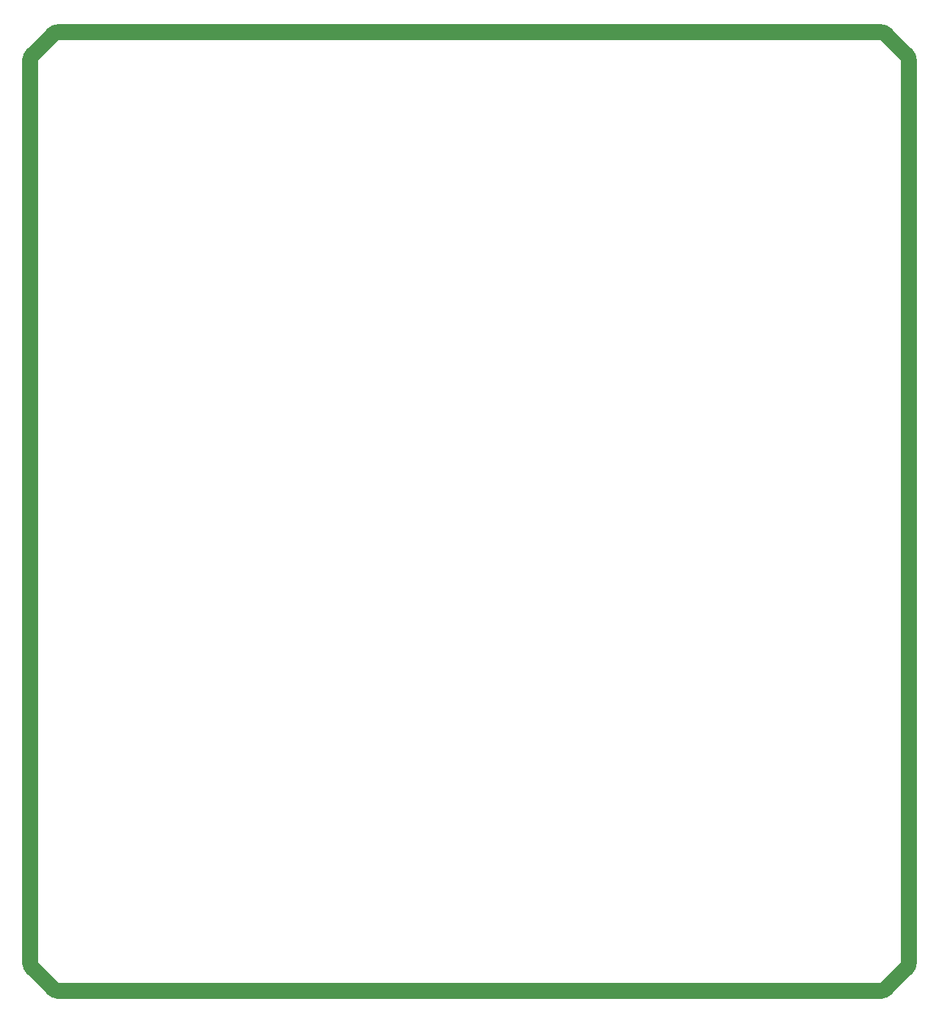
<source format=gm1>
%FSAX25Y25*%
%MOIN*%
G70*
G01*
G75*
G04 Layer_Color=16711935*
%ADD10R,0.06693X0.03937*%
%ADD11R,0.03543X0.02756*%
G04:AMPARAMS|DCode=12|XSize=23.62mil|YSize=35.43mil|CornerRadius=5.91mil|HoleSize=0mil|Usage=FLASHONLY|Rotation=270.000|XOffset=0mil|YOffset=0mil|HoleType=Round|Shape=RoundedRectangle|*
%AMROUNDEDRECTD12*
21,1,0.02362,0.02362,0,0,270.0*
21,1,0.01181,0.03543,0,0,270.0*
1,1,0.01181,-0.01181,-0.00591*
1,1,0.01181,-0.01181,0.00591*
1,1,0.01181,0.01181,0.00591*
1,1,0.01181,0.01181,-0.00591*
%
%ADD12ROUNDEDRECTD12*%
%ADD13R,0.02756X0.05118*%
%ADD14R,0.02756X0.03543*%
G04:AMPARAMS|DCode=15|XSize=23.62mil|YSize=43.31mil|CornerRadius=5.91mil|HoleSize=0mil|Usage=FLASHONLY|Rotation=90.000|XOffset=0mil|YOffset=0mil|HoleType=Round|Shape=RoundedRectangle|*
%AMROUNDEDRECTD15*
21,1,0.02362,0.03150,0,0,90.0*
21,1,0.01181,0.04331,0,0,90.0*
1,1,0.01181,0.01575,0.00591*
1,1,0.01181,0.01575,-0.00591*
1,1,0.01181,-0.01575,-0.00591*
1,1,0.01181,-0.01575,0.00591*
%
%ADD15ROUNDEDRECTD15*%
%ADD16R,0.03150X0.03543*%
%ADD17R,0.04134X0.01772*%
%ADD18O,0.04134X0.01772*%
%ADD19R,0.05118X0.02756*%
G04:AMPARAMS|DCode=20|XSize=23.62mil|YSize=35.43mil|CornerRadius=5.91mil|HoleSize=0mil|Usage=FLASHONLY|Rotation=180.000|XOffset=0mil|YOffset=0mil|HoleType=Round|Shape=RoundedRectangle|*
%AMROUNDEDRECTD20*
21,1,0.02362,0.02362,0,0,180.0*
21,1,0.01181,0.03543,0,0,180.0*
1,1,0.01181,-0.00591,0.01181*
1,1,0.01181,0.00591,0.01181*
1,1,0.01181,0.00591,-0.01181*
1,1,0.01181,-0.00591,-0.01181*
%
%ADD20ROUNDEDRECTD20*%
G04:AMPARAMS|DCode=21|XSize=78.74mil|YSize=137.8mil|CornerRadius=19.69mil|HoleSize=0mil|Usage=FLASHONLY|Rotation=0.000|XOffset=0mil|YOffset=0mil|HoleType=Round|Shape=RoundedRectangle|*
%AMROUNDEDRECTD21*
21,1,0.07874,0.09843,0,0,0.0*
21,1,0.03937,0.13780,0,0,0.0*
1,1,0.03937,0.01969,-0.04921*
1,1,0.03937,-0.01969,-0.04921*
1,1,0.03937,-0.01969,0.04921*
1,1,0.03937,0.01969,0.04921*
%
%ADD21ROUNDEDRECTD21*%
%ADD22R,0.03543X0.03150*%
%ADD23C,0.01969*%
%ADD24C,0.01000*%
%ADD25C,0.05906*%
%ADD26C,0.01181*%
%ADD27C,0.01575*%
%ADD28C,0.02953*%
%ADD29C,0.19685*%
%ADD30C,0.39370*%
G04:AMPARAMS|DCode=31|XSize=59.06mil|YSize=59.06mil|CornerRadius=14.76mil|HoleSize=0mil|Usage=FLASHONLY|Rotation=270.000|XOffset=0mil|YOffset=0mil|HoleType=Round|Shape=RoundedRectangle|*
%AMROUNDEDRECTD31*
21,1,0.05906,0.02953,0,0,270.0*
21,1,0.02953,0.05906,0,0,270.0*
1,1,0.02953,-0.01476,-0.01476*
1,1,0.02953,-0.01476,0.01476*
1,1,0.02953,0.01476,0.01476*
1,1,0.02953,0.01476,-0.01476*
%
%ADD31ROUNDEDRECTD31*%
G04:AMPARAMS|DCode=32|XSize=59.06mil|YSize=59.06mil|CornerRadius=0mil|HoleSize=0mil|Usage=FLASHONLY|Rotation=270.000|XOffset=0mil|YOffset=0mil|HoleType=Round|Shape=Octagon|*
%AMOCTAGOND32*
4,1,8,-0.01476,-0.02953,0.01476,-0.02953,0.02953,-0.01476,0.02953,0.01476,0.01476,0.02953,-0.01476,0.02953,-0.02953,0.01476,-0.02953,-0.01476,-0.01476,-0.02953,0.0*
%
%ADD32OCTAGOND32*%

%ADD33C,0.05906*%
%ADD34C,0.03583*%
%ADD35C,0.00984*%
%ADD36C,0.00500*%
%ADD37C,0.00394*%
%ADD38C,0.00600*%
%ADD39C,0.00787*%
G04:AMPARAMS|DCode=40|XSize=127.95mil|YSize=107.87mil|CornerRadius=26.97mil|HoleSize=0mil|Usage=FLASHONLY|Rotation=90.000|XOffset=0mil|YOffset=0mil|HoleType=Round|Shape=RoundedRectangle|*
%AMROUNDEDRECTD40*
21,1,0.12795,0.05394,0,0,90.0*
21,1,0.07402,0.10787,0,0,90.0*
1,1,0.05394,0.02697,0.03701*
1,1,0.05394,0.02697,-0.03701*
1,1,0.05394,-0.02697,-0.03701*
1,1,0.05394,-0.02697,0.03701*
%
%ADD40ROUNDEDRECTD40*%
%ADD41R,0.07493X0.04737*%
%ADD42R,0.04343X0.03556*%
G04:AMPARAMS|DCode=43|XSize=31.62mil|YSize=43.43mil|CornerRadius=9.91mil|HoleSize=0mil|Usage=FLASHONLY|Rotation=270.000|XOffset=0mil|YOffset=0mil|HoleType=Round|Shape=RoundedRectangle|*
%AMROUNDEDRECTD43*
21,1,0.03162,0.02362,0,0,270.0*
21,1,0.01181,0.04343,0,0,270.0*
1,1,0.01981,-0.01181,-0.00591*
1,1,0.01981,-0.01181,0.00591*
1,1,0.01981,0.01181,0.00591*
1,1,0.01981,0.01181,-0.00591*
%
%ADD43ROUNDEDRECTD43*%
%ADD44R,0.03556X0.05918*%
%ADD45R,0.03556X0.04343*%
G04:AMPARAMS|DCode=46|XSize=31.62mil|YSize=51.31mil|CornerRadius=9.91mil|HoleSize=0mil|Usage=FLASHONLY|Rotation=90.000|XOffset=0mil|YOffset=0mil|HoleType=Round|Shape=RoundedRectangle|*
%AMROUNDEDRECTD46*
21,1,0.03162,0.03150,0,0,90.0*
21,1,0.01181,0.05131,0,0,90.0*
1,1,0.01981,0.01575,0.00591*
1,1,0.01981,0.01575,-0.00591*
1,1,0.01981,-0.01575,-0.00591*
1,1,0.01981,-0.01575,0.00591*
%
%ADD46ROUNDEDRECTD46*%
%ADD47R,0.03950X0.04343*%
%ADD48R,0.04934X0.02572*%
%ADD49O,0.04934X0.02572*%
%ADD50R,0.05918X0.03556*%
G04:AMPARAMS|DCode=51|XSize=31.62mil|YSize=43.43mil|CornerRadius=9.91mil|HoleSize=0mil|Usage=FLASHONLY|Rotation=180.000|XOffset=0mil|YOffset=0mil|HoleType=Round|Shape=RoundedRectangle|*
%AMROUNDEDRECTD51*
21,1,0.03162,0.02362,0,0,180.0*
21,1,0.01181,0.04343,0,0,180.0*
1,1,0.01981,-0.00591,0.01181*
1,1,0.01981,0.00591,0.01181*
1,1,0.01981,0.00591,-0.01181*
1,1,0.01981,-0.00591,-0.01181*
%
%ADD51ROUNDEDRECTD51*%
G04:AMPARAMS|DCode=52|XSize=86.74mil|YSize=145.79mil|CornerRadius=23.69mil|HoleSize=0mil|Usage=FLASHONLY|Rotation=0.000|XOffset=0mil|YOffset=0mil|HoleType=Round|Shape=RoundedRectangle|*
%AMROUNDEDRECTD52*
21,1,0.08674,0.09843,0,0,0.0*
21,1,0.03937,0.14579,0,0,0.0*
1,1,0.04737,0.01969,-0.04921*
1,1,0.04737,-0.01969,-0.04921*
1,1,0.04737,-0.01969,0.04921*
1,1,0.04737,0.01969,0.04921*
%
%ADD52ROUNDEDRECTD52*%
%ADD53R,0.04343X0.03950*%
%ADD54C,0.20485*%
%ADD55C,0.40170*%
G04:AMPARAMS|DCode=56|XSize=67.06mil|YSize=67.06mil|CornerRadius=18.76mil|HoleSize=0mil|Usage=FLASHONLY|Rotation=270.000|XOffset=0mil|YOffset=0mil|HoleType=Round|Shape=RoundedRectangle|*
%AMROUNDEDRECTD56*
21,1,0.06706,0.02953,0,0,270.0*
21,1,0.02953,0.06706,0,0,270.0*
1,1,0.03753,-0.01476,-0.01476*
1,1,0.03753,-0.01476,0.01476*
1,1,0.03753,0.01476,0.01476*
1,1,0.03753,0.01476,-0.01476*
%
%ADD56ROUNDEDRECTD56*%
G04:AMPARAMS|DCode=57|XSize=67.06mil|YSize=67.06mil|CornerRadius=0mil|HoleSize=0mil|Usage=FLASHONLY|Rotation=270.000|XOffset=0mil|YOffset=0mil|HoleType=Round|Shape=Octagon|*
%AMOCTAGOND57*
4,1,8,-0.01676,-0.03353,0.01676,-0.03353,0.03353,-0.01676,0.03353,0.01676,0.01676,0.03353,-0.01676,0.03353,-0.03353,0.01676,-0.03353,-0.01676,-0.01676,-0.03353,0.0*
%
%ADD57OCTAGOND57*%

%ADD58C,0.06706*%
%ADD59C,0.04383*%
%ADD60C,0.07874*%
D60*
X0703937Y0562500D02*
G03*
X0702780Y0565287I-0003937J0000000D01*
G01*
X0703937Y0562500D02*
G03*
X0702784Y0565284I-0003937J0000000D01*
G01*
X0692787Y0575281D02*
G03*
X0690000Y0576437I-0002787J-0002781D01*
G01*
X0692784Y0575284D02*
G03*
X0690000Y0576437I-0002784J-0002784D01*
G01*
X0702784Y0109716D02*
G03*
X0703937Y0112500I-0002784J0002784D01*
G01*
X0702784Y0109716D02*
G03*
X0703937Y0112500I-0002784J0002784D01*
G01*
X0690000Y0098563D02*
G03*
X0692784Y0099716I0000000J0003937D01*
G01*
X0690000Y0098563D02*
G03*
X0692784Y0099716I0000000J0003937D01*
G01*
X0280000Y0576437D02*
G03*
X0277216Y0575284I0000000J-0003937D01*
G01*
X0280000Y0576437D02*
G03*
X0277216Y0575284I0000000J-0003937D01*
G01*
X0267216Y0565284D02*
G03*
X0266063Y0562500I0002784J-0002784D01*
G01*
X0267216Y0565284D02*
G03*
X0266063Y0562500I0002784J-0002784D01*
G01*
X0277216Y0099716D02*
G03*
X0280000Y0098563I0002784J0002784D01*
G01*
X0266063Y0112500D02*
G03*
X0267219Y0109713I0003937J0000000D01*
G01*
X0266063Y0112500D02*
G03*
X0267216Y0109716I0003937J0000000D01*
G01*
X0277213Y0099720D02*
G03*
X0280000Y0098563I0002787J0002781D01*
G01*
X0702780Y0565287D02*
X0702784Y0565284D01*
X0692787Y0575281D02*
X0702780Y0565287D01*
X0692784Y0575284D02*
X0692787Y0575281D01*
X0703937Y0112500D02*
X0703937Y0562500D01*
X0692784Y0099716D02*
X0702784Y0109716D01*
X0280000Y0576437D02*
X0690000Y0576437D01*
X0267216Y0565284D02*
X0277216Y0575284D01*
X0266063Y0112500D02*
Y0562500D01*
X0280000Y0098563D02*
X0690000Y0098563D01*
X0267216Y0109716D02*
X0267219Y0109713D01*
X0277213Y0099720D01*
X0277216Y0099716D01*
M02*

</source>
